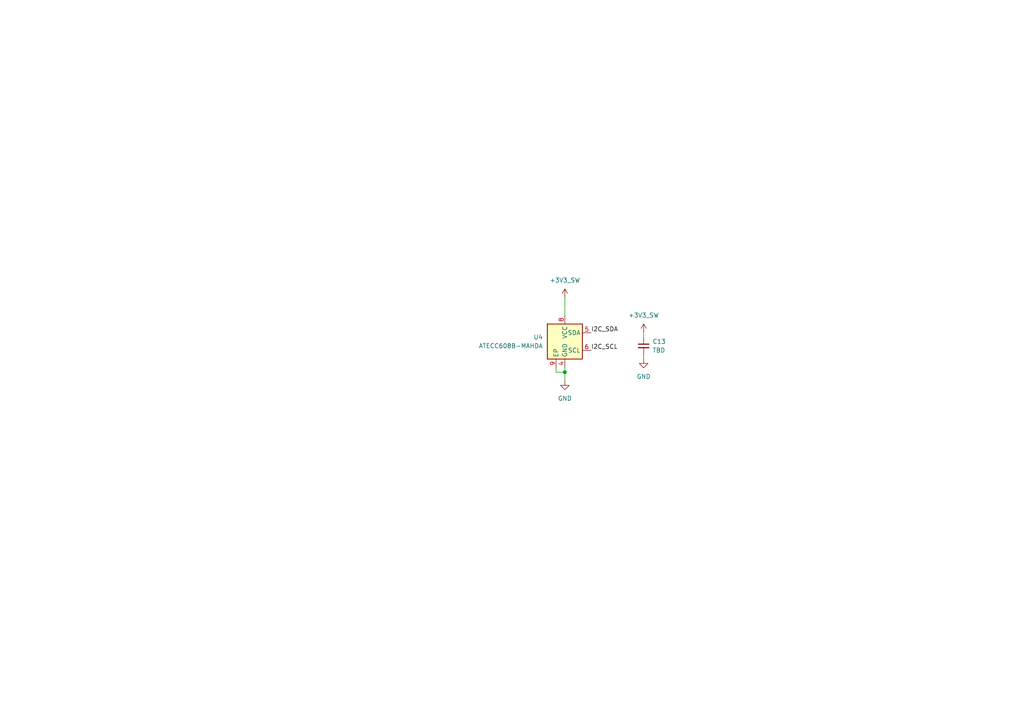
<source format=kicad_sch>
(kicad_sch (version 20231120) (generator "eeschema") (generator_version "8.0")
  (paper "A4")
  (lib_symbols
    (symbol "Device:C_Small" (pin_numbers hide) (pin_names (offset 0.254) hide)
      (property "Reference" "C" (at 0.254 1.778 0))
      (property "Value" "C_Small" (at 0.254 -2.032 0))
      (symbol "C_Small_0_1"
        (polyline (pts (xy -1.524 -0.508) (xy 1.524 -0.508)) (stroke (width 0.3302)))
        (polyline (pts (xy -1.524 0.508) (xy 1.524 0.508)) (stroke (width 0.3048)))
      )
      (symbol "C_Small_1_1"
        (pin passive line (at 0 2.54 270) (length 2.032) (name "~") (number "1"))
        (pin passive line (at 0 -2.54 90) (length 2.032) (name "~") (number "2"))
      )
    )
    (symbol "Security:ATECC608B-MAHDA"
      (property "Reference" "U" (at 3.81 6.35 0))
      (property "Value" "ATECC608B-MAHDA" (at 10.16 -6.35 0))
      (symbol "ATECC608B-MAHDA_0_1"
        (rectangle (start -5.08 5.08) (end 5.08 -5.08) (stroke (width 0.254)) (fill (type background)))
      )
      (symbol "ATECC608B-MAHDA_1_1"
        (pin no_connect line (at -5.08 2.54 0) (length 2.54) hide (name "NC") (number "1"))
        (pin no_connect line (at -5.08 0 0) (length 2.54) hide (name "NC") (number "2"))
        (pin no_connect line (at -5.08 -2.54 0) (length 2.54) hide (name "NC") (number "3"))
        (pin power_in line (at 0 -7.62 90) (length 2.54) (name "GND") (number "4"))
        (pin bidirectional line (at 7.62 2.54 180) (length 2.54) (name "SDA") (number "5"))
        (pin input line (at 7.62 -2.54 180) (length 2.54) (name "SCL") (number "6"))
        (pin no_connect line (at 5.08 0 180) (length 2.54) hide (name "NC") (number "7"))
        (pin power_in line (at 0 7.62 270) (length 2.54) (name "VCC") (number "8"))
        (pin input line (at -2.54 -7.62 90) (length 2.54) (name "EP") (number "9"))
      )
    )
    (symbol "Symbols:+3V3_SW" (power) (pin_names (offset 0))
      (property "Value" "+3V3_SW" (at 0 3.556 0))
      (symbol "+3V3_SW_0_1"
        (polyline (pts (xy -0.762 1.27) (xy 0 2.54)))
        (polyline (pts (xy 0 0) (xy 0 2.54)))
        (polyline (pts (xy 0 2.54) (xy 0.762 1.27)))
      )
      (symbol "+3V3_SW_1_1"
        (pin power_in line (at 0 0 90) (length 0) hide (name "+3V3_SW") (number "1"))
      )
    )
    (symbol "power:GND" (power) (pin_numbers hide) (pin_names (offset 0) hide)
      (property "Value" "GND" (at 0 -3.81 0))
      (symbol "GND_0_1"
        (polyline (pts (xy 0 0) (xy 0 -1.27) (xy 1.27 -1.27) (xy 0 -2.54) (xy -1.27 -1.27) (xy 0 -1.27)))
      )
      (symbol "GND_1_1"
        (pin power_in line (at 0 0 270) (length 0) (name "~") (number "1"))
      )
    )
  )
  (junction (at 163.83 107.95))
  (wire (pts (xy 161.29 106.68) (xy 161.29 107.95)))
  (wire (pts (xy 163.83 86.36) (xy 163.83 91.44)))
  (wire (pts (xy 163.83 106.68) (xy 163.83 107.95)))
  (wire (pts (xy 186.69 102.87) (xy 186.69 104.14)))
  (wire (pts (xy 163.83 107.95) (xy 163.83 110.49)))
  (wire (pts (xy 161.29 107.95) (xy 163.83 107.95)))
  (wire (pts (xy 186.69 96.52) (xy 186.69 97.79)))
  (label "I2C_SDA" (at 171.45 96.52 0))
  (label "I2C_SCL" (at 171.45 101.6 0))
  (symbol (lib_id "Device:C_Small") (at 186.69 100.33 0) (unit 1)
    (property "Reference" "C13" (at 189.23 99.0662 0) (effects (justify left)))
    (property "Value" "TBD" (at 189.23 101.6062 0) (effects (justify left)))
    (property "Footprint" "Capacitor_SMD:C_0603_1608Metric" (effects (hide yes)))
    (property "Description" "Unpolarized capacitor, small symbol" (effects (hide yes)))
  )
  (symbol (lib_id "Symbols:+3V3_SW") (at 186.69 96.52 0) (unit 1)
    (property "Reference" "#PWR049" (effects (hide yes)))
    (property "Value" "+3V3_SW" (at 186.69 91.44 0))
    (property "Description" "Power symbol creates a global label with name \"+3V3_SW\"" (effects (hide yes)))
  )
  (symbol (lib_id "Security:ATECC608B-MAHDA") (at 163.83 99.06 0) (unit 1)
    (property "Reference" "U4" (at 157.48 97.7899 0) (effects (justify right)))
    (property "Value" "ATECC608B-MAHDA" (at 157.48 100.3299 0) (effects (justify right)))
    (property "Footprint" "Package_DFN_QFN:DFN-8-1EP_3x2mm_P0.5mm_EP1.3x1.5mm" (effects (hide yes)))
    (property "Datasheet" "https://ww1.microchip.com/downloads/aemDocuments/documents/SCBU/ProductDocuments/DataSheets/ATECC608B-CryptoAuthentication-Device-Summary-Data-Sheet-DS40002239B.pdf" (effects (hide yes)))
    (property "Description" "Cryptographic Co-Processor with Secure Hardware-based 16 Key Storage, ECDSA and ECDH support, I2C, UDFN-8" (effects (hide yes)))
  )
  (symbol (lib_id "power:GND") (at 163.83 110.49 0) (unit 1)
    (property "Reference" "#PWR047" (effects (hide yes)))
    (property "Value" "GND" (at 163.83 115.57 0))
    (property "Description" "Power symbol creates a global label with name \"GND\" , ground" (effects (hide yes)))
  )
  (symbol (lib_id "power:GND") (at 186.69 104.14 0) (unit 1)
    (property "Reference" "#PWR050" (effects (hide yes)))
    (property "Value" "GND" (at 186.69 109.22 0))
    (property "Description" "Power symbol creates a global label with name \"GND\" , ground" (effects (hide yes)))
  )
  (symbol (lib_id "Symbols:+3V3_SW") (at 163.83 86.36 0) (unit 1)
    (property "Reference" "#PWR048" (effects (hide yes)))
    (property "Value" "+3V3_SW" (at 163.83 81.28 0))
    (property "Description" "Power symbol creates a global label with name \"+3V3_SW\"" (effects (hide yes)))
  )
)
</source>
